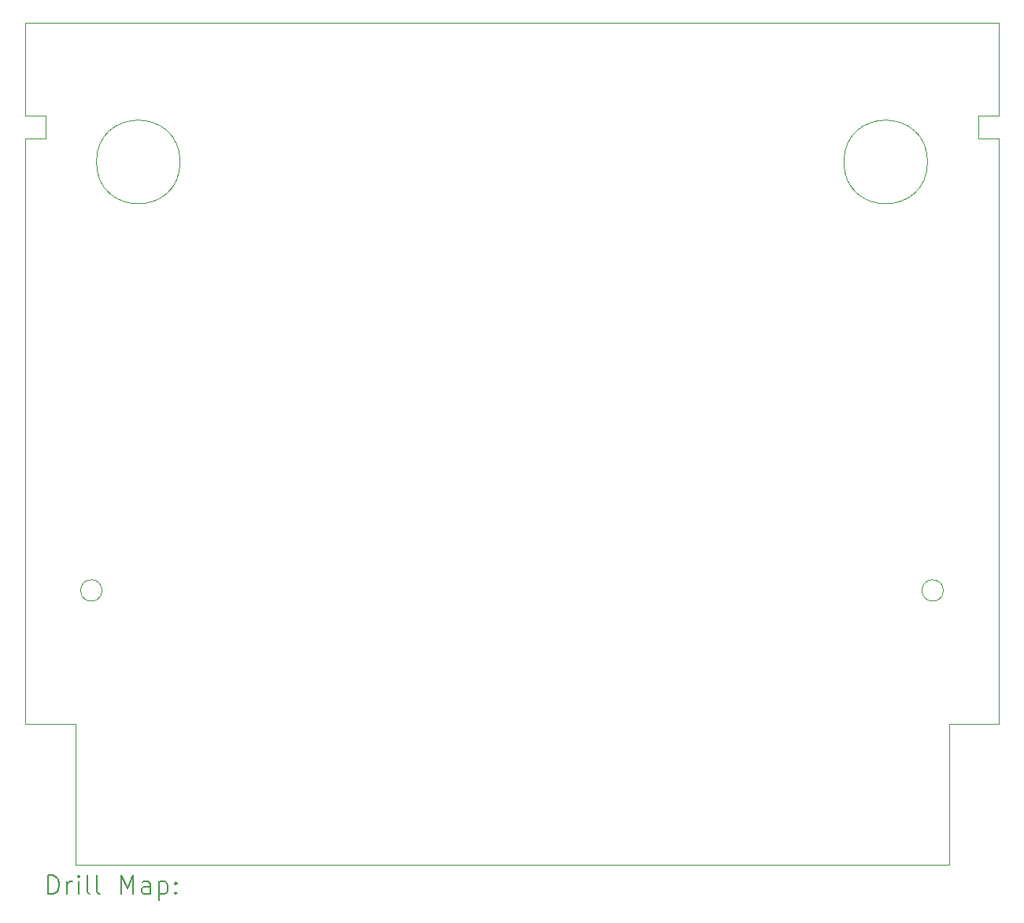
<source format=gbr>
%TF.GenerationSoftware,KiCad,Pcbnew,(6.0.7-1)-1*%
%TF.CreationDate,2022-10-12T18:14:04+11:00*%
%TF.ProjectId,CAT emulator,43415420-656d-4756-9c61-746f722e6b69,rev?*%
%TF.SameCoordinates,Original*%
%TF.FileFunction,Drillmap*%
%TF.FilePolarity,Positive*%
%FSLAX45Y45*%
G04 Gerber Fmt 4.5, Leading zero omitted, Abs format (unit mm)*
G04 Created by KiCad (PCBNEW (6.0.7-1)-1) date 2022-10-12 18:14:04*
%MOMM*%
%LPD*%
G01*
G04 APERTURE LIST*
%ADD10C,0.100000*%
%ADD11C,0.200000*%
G04 APERTURE END LIST*
D10*
X26125000Y-4980000D02*
X26125000Y-3980000D01*
X25525000Y-10090000D02*
G75*
G03*
X25525000Y-10090000I-115000J0D01*
G01*
X16190000Y-11530000D02*
X16190000Y-13040000D01*
X17315000Y-5480000D02*
G75*
G03*
X17315000Y-5480000I-450000J0D01*
G01*
X25900000Y-5230000D02*
X26125000Y-5230000D01*
X15645000Y-5230000D02*
X15870000Y-5230000D01*
X25900000Y-4980000D02*
X25900000Y-5230000D01*
X15870000Y-4980000D02*
X15645000Y-4980000D01*
X15645000Y-3980000D02*
X15645000Y-4980000D01*
X25355000Y-5480000D02*
G75*
G03*
X25355000Y-5480000I-450000J0D01*
G01*
X26125000Y-4980000D02*
X25900000Y-4980000D01*
X15645000Y-11530000D02*
X16190000Y-11530000D01*
X26125000Y-3980000D02*
X15645000Y-3980000D01*
X16190000Y-13040000D02*
X25590000Y-13040000D01*
X26125000Y-11530000D02*
X26125000Y-5230000D01*
X15870000Y-5230000D02*
X15870000Y-4980000D01*
X15645000Y-5230000D02*
X15645000Y-11530000D01*
X16475000Y-10090000D02*
G75*
G03*
X16475000Y-10090000I-115000J0D01*
G01*
X25590000Y-11530000D02*
X26125000Y-11530000D01*
X25590000Y-13040000D02*
X25590000Y-11530000D01*
D11*
X15897619Y-13355476D02*
X15897619Y-13155476D01*
X15945238Y-13155476D01*
X15973809Y-13165000D01*
X15992857Y-13184048D01*
X16002381Y-13203095D01*
X16011905Y-13241190D01*
X16011905Y-13269762D01*
X16002381Y-13307857D01*
X15992857Y-13326905D01*
X15973809Y-13345952D01*
X15945238Y-13355476D01*
X15897619Y-13355476D01*
X16097619Y-13355476D02*
X16097619Y-13222143D01*
X16097619Y-13260238D02*
X16107143Y-13241190D01*
X16116667Y-13231667D01*
X16135714Y-13222143D01*
X16154762Y-13222143D01*
X16221428Y-13355476D02*
X16221428Y-13222143D01*
X16221428Y-13155476D02*
X16211905Y-13165000D01*
X16221428Y-13174524D01*
X16230952Y-13165000D01*
X16221428Y-13155476D01*
X16221428Y-13174524D01*
X16345238Y-13355476D02*
X16326190Y-13345952D01*
X16316667Y-13326905D01*
X16316667Y-13155476D01*
X16450000Y-13355476D02*
X16430952Y-13345952D01*
X16421428Y-13326905D01*
X16421428Y-13155476D01*
X16678571Y-13355476D02*
X16678571Y-13155476D01*
X16745238Y-13298333D01*
X16811905Y-13155476D01*
X16811905Y-13355476D01*
X16992857Y-13355476D02*
X16992857Y-13250714D01*
X16983333Y-13231667D01*
X16964286Y-13222143D01*
X16926190Y-13222143D01*
X16907143Y-13231667D01*
X16992857Y-13345952D02*
X16973810Y-13355476D01*
X16926190Y-13355476D01*
X16907143Y-13345952D01*
X16897619Y-13326905D01*
X16897619Y-13307857D01*
X16907143Y-13288809D01*
X16926190Y-13279286D01*
X16973810Y-13279286D01*
X16992857Y-13269762D01*
X17088095Y-13222143D02*
X17088095Y-13422143D01*
X17088095Y-13231667D02*
X17107143Y-13222143D01*
X17145238Y-13222143D01*
X17164286Y-13231667D01*
X17173810Y-13241190D01*
X17183333Y-13260238D01*
X17183333Y-13317381D01*
X17173810Y-13336428D01*
X17164286Y-13345952D01*
X17145238Y-13355476D01*
X17107143Y-13355476D01*
X17088095Y-13345952D01*
X17269048Y-13336428D02*
X17278571Y-13345952D01*
X17269048Y-13355476D01*
X17259524Y-13345952D01*
X17269048Y-13336428D01*
X17269048Y-13355476D01*
X17269048Y-13231667D02*
X17278571Y-13241190D01*
X17269048Y-13250714D01*
X17259524Y-13241190D01*
X17269048Y-13231667D01*
X17269048Y-13250714D01*
M02*

</source>
